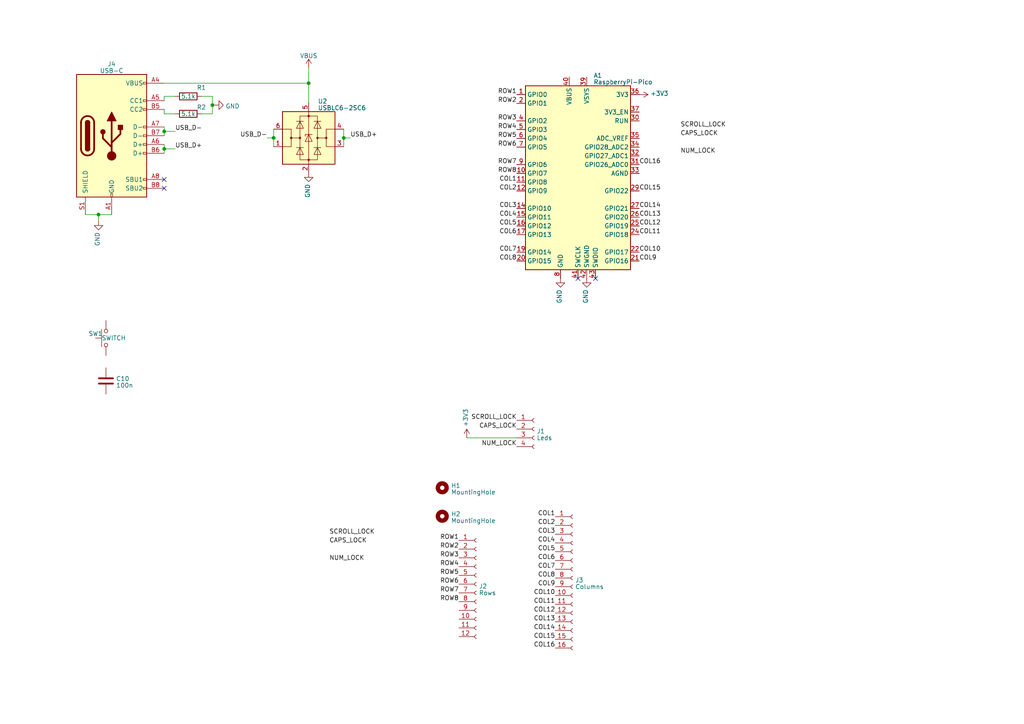
<source format=kicad_sch>
(kicad_sch (version 20230121) (generator eeschema)
  (paper "A4")
  (title_block (date "2023-02-24"))
  (lib_symbols
    (symbol "+3V3_5" (power) (pin_names (offset 0))
      (property "Value" "+3V3_5" (at 0 3.556 0))
      (symbol "+3V3_5_0_1"
        (polyline (pts (xy -0.762 1.27) (xy 0 2.54)))
        (polyline (pts (xy 0 0) (xy 0 2.54)))
        (polyline (pts (xy 0 2.54) (xy 0.762 1.27)))
      )
      (symbol "+3V3_5_1_1"
        (pin power_in line (at 0 0 90) (length 0) hide (name "+3V3") (number "1"))
      )
    )
    (symbol "Connector:Conn_01x04_Female" (pin_names (offset 1.016) hide)
      (property "Reference" "J" (at 0 5.08 0))
      (property "Value" "Conn_01x04_Female" (at 0 -7.62 0))
      (symbol "Conn_01x04_Female_1_1"
        (arc (start 0 -4.572) (mid -0.5058 -5.08) (end 0 -5.588) (stroke (width 0.1524)))
        (arc (start 0 -2.032) (mid -0.5058 -2.54) (end 0 -3.048) (stroke (width 0.1524)))
        (polyline (pts (xy -1.27 -5.08) (xy -0.508 -5.08)) (stroke (width 0.1524)))
        (polyline (pts (xy -1.27 -2.54) (xy -0.508 -2.54)) (stroke (width 0.1524)))
        (polyline (pts (xy -1.27 0) (xy -0.508 0)) (stroke (width 0.1524)))
        (polyline (pts (xy -1.27 2.54) (xy -0.508 2.54)) (stroke (width 0.1524)))
        (arc (start 0 0.508) (mid -0.5058 0) (end 0 -0.508) (stroke (width 0.1524)))
        (arc (start 0 3.048) (mid -0.5058 2.54) (end 0 2.032) (stroke (width 0.1524)))
        (pin passive line (at -5.08 2.54 0) (length 3.81) (name "Pin_1") (number "1"))
        (pin passive line (at -5.08 0 0) (length 3.81) (name "Pin_2") (number "2"))
        (pin passive line (at -5.08 -2.54 0) (length 3.81) (name "Pin_3") (number "3"))
        (pin passive line (at -5.08 -5.08 0) (length 3.81) (name "Pin_4") (number "4"))
      )
    )
    (symbol "Connector:Conn_01x12_Socket" (pin_names (offset 1.016) hide)
      (property "Reference" "J" (at 0 15.24 0))
      (property "Value" "Conn_01x12_Socket" (at 0 -17.78 0))
      (symbol "Conn_01x12_Socket_1_1"
        (arc (start 0 -14.732) (mid -0.5058 -15.24) (end 0 -15.748) (stroke (width 0.1524)))
        (arc (start 0 -12.192) (mid -0.5058 -12.7) (end 0 -13.208) (stroke (width 0.1524)))
        (arc (start 0 -9.652) (mid -0.5058 -10.16) (end 0 -10.668) (stroke (width 0.1524)))
        (arc (start 0 -7.112) (mid -0.5058 -7.62) (end 0 -8.128) (stroke (width 0.1524)))
        (arc (start 0 -4.572) (mid -0.5058 -5.08) (end 0 -5.588) (stroke (width 0.1524)))
        (arc (start 0 -2.032) (mid -0.5058 -2.54) (end 0 -3.048) (stroke (width 0.1524)))
        (polyline (pts (xy -1.27 -15.24) (xy -0.508 -15.24)) (stroke (width 0.1524)))
        (polyline (pts (xy -1.27 -12.7) (xy -0.508 -12.7)) (stroke (width 0.1524)))
        (polyline (pts (xy -1.27 -10.16) (xy -0.508 -10.16)) (stroke (width 0.1524)))
        (polyline (pts (xy -1.27 -7.62) (xy -0.508 -7.62)) (stroke (width 0.1524)))
        (polyline (pts (xy -1.27 -5.08) (xy -0.508 -5.08)) (stroke (width 0.1524)))
        (polyline (pts (xy -1.27 -2.54) (xy -0.508 -2.54)) (stroke (width 0.1524)))
        (polyline (pts (xy -1.27 0) (xy -0.508 0)) (stroke (width 0.1524)))
        (polyline (pts (xy -1.27 2.54) (xy -0.508 2.54)) (stroke (width 0.1524)))
        (polyline (pts (xy -1.27 5.08) (xy -0.508 5.08)) (stroke (width 0.1524)))
        (polyline (pts (xy -1.27 7.62) (xy -0.508 7.62)) (stroke (width 0.1524)))
        (polyline (pts (xy -1.27 10.16) (xy -0.508 10.16)) (stroke (width 0.1524)))
        (polyline (pts (xy -1.27 12.7) (xy -0.508 12.7)) (stroke (width 0.1524)))
        (arc (start 0 0.508) (mid -0.5058 0) (end 0 -0.508) (stroke (width 0.1524)))
        (arc (start 0 3.048) (mid -0.5058 2.54) (end 0 2.032) (stroke (width 0.1524)))
        (arc (start 0 5.588) (mid -0.5058 5.08) (end 0 4.572) (stroke (width 0.1524)))
        (arc (start 0 8.128) (mid -0.5058 7.62) (end 0 7.112) (stroke (width 0.1524)))
        (arc (start 0 10.668) (mid -0.5058 10.16) (end 0 9.652) (stroke (width 0.1524)))
        (arc (start 0 13.208) (mid -0.5058 12.7) (end 0 12.192) (stroke (width 0.1524)))
        (pin passive line (at -5.08 12.7 0) (length 3.81) (name "Pin_1") (number "1"))
        (pin passive line (at -5.08 -10.16 0) (length 3.81) (name "Pin_10") (number "10"))
        (pin passive line (at -5.08 -12.7 0) (length 3.81) (name "Pin_11") (number "11"))
        (pin passive line (at -5.08 -15.24 0) (length 3.81) (name "Pin_12") (number "12"))
        (pin passive line (at -5.08 10.16 0) (length 3.81) (name "Pin_2") (number "2"))
        (pin passive line (at -5.08 7.62 0) (length 3.81) (name "Pin_3") (number "3"))
        (pin passive line (at -5.08 5.08 0) (length 3.81) (name "Pin_4") (number "4"))
        (pin passive line (at -5.08 2.54 0) (length 3.81) (name "Pin_5") (number "5"))
        (pin passive line (at -5.08 0 0) (length 3.81) (name "Pin_6") (number "6"))
        (pin passive line (at -5.08 -2.54 0) (length 3.81) (name "Pin_7") (number "7"))
        (pin passive line (at -5.08 -5.08 0) (length 3.81) (name "Pin_8") (number "8"))
        (pin passive line (at -5.08 -7.62 0) (length 3.81) (name "Pin_9") (number "9"))
      )
    )
    (symbol "Connector:Conn_01x16_Female" (pin_names (offset 1.016) hide)
      (property "Reference" "J" (at 0 20.32 0))
      (property "Value" "Conn_01x16_Female" (at 0 -22.86 0))
      (symbol "Conn_01x16_Female_1_1"
        (arc (start 0 -19.812) (mid -0.5058 -20.32) (end 0 -20.828) (stroke (width 0.1524)))
        (arc (start 0 -17.272) (mid -0.5058 -17.78) (end 0 -18.288) (stroke (width 0.1524)))
        (arc (start 0 -14.732) (mid -0.5058 -15.24) (end 0 -15.748) (stroke (width 0.1524)))
        (arc (start 0 -12.192) (mid -0.5058 -12.7) (end 0 -13.208) (stroke (width 0.1524)))
        (arc (start 0 -9.652) (mid -0.5058 -10.16) (end 0 -10.668) (stroke (width 0.1524)))
        (arc (start 0 -7.112) (mid -0.5058 -7.62) (end 0 -8.128) (stroke (width 0.1524)))
        (arc (start 0 -4.572) (mid -0.5058 -5.08) (end 0 -5.588) (stroke (width 0.1524)))
        (arc (start 0 -2.032) (mid -0.5058 -2.54) (end 0 -3.048) (stroke (width 0.1524)))
        (polyline (pts (xy -1.27 -20.32) (xy -0.508 -20.32)) (stroke (width 0.1524)))
        (polyline (pts (xy -1.27 -17.78) (xy -0.508 -17.78)) (stroke (width 0.1524)))
        (polyline (pts (xy -1.27 -15.24) (xy -0.508 -15.24)) (stroke (width 0.1524)))
        (polyline (pts (xy -1.27 -12.7) (xy -0.508 -12.7)) (stroke (width 0.1524)))
        (polyline (pts (xy -1.27 -10.16) (xy -0.508 -10.16)) (stroke (width 0.1524)))
        (polyline (pts (xy -1.27 -7.62) (xy -0.508 -7.62)) (stroke (width 0.1524)))
        (polyline (pts (xy -1.27 -5.08) (xy -0.508 -5.08)) (stroke (width 0.1524)))
        (polyline (pts (xy -1.27 -2.54) (xy -0.508 -2.54)) (stroke (width 0.1524)))
        (polyline (pts (xy -1.27 0) (xy -0.508 0)) (stroke (width 0.1524)))
        (polyline (pts (xy -1.27 2.54) (xy -0.508 2.54)) (stroke (width 0.1524)))
        (polyline (pts (xy -1.27 5.08) (xy -0.508 5.08)) (stroke (width 0.1524)))
        (polyline (pts (xy -1.27 7.62) (xy -0.508 7.62)) (stroke (width 0.1524)))
        (polyline (pts (xy -1.27 10.16) (xy -0.508 10.16)) (stroke (width 0.1524)))
        (polyline (pts (xy -1.27 12.7) (xy -0.508 12.7)) (stroke (width 0.1524)))
        (polyline (pts (xy -1.27 15.24) (xy -0.508 15.24)) (stroke (width 0.1524)))
        (polyline (pts (xy -1.27 17.78) (xy -0.508 17.78)) (stroke (width 0.1524)))
        (arc (start 0 0.508) (mid -0.5058 0) (end 0 -0.508) (stroke (width 0.1524)))
        (arc (start 0 3.048) (mid -0.5058 2.54) (end 0 2.032) (stroke (width 0.1524)))
        (arc (start 0 5.588) (mid -0.5058 5.08) (end 0 4.572) (stroke (width 0.1524)))
        (arc (start 0 8.128) (mid -0.5058 7.62) (end 0 7.112) (stroke (width 0.1524)))
        (arc (start 0 10.668) (mid -0.5058 10.16) (end 0 9.652) (stroke (width 0.1524)))
        (arc (start 0 13.208) (mid -0.5058 12.7) (end 0 12.192) (stroke (width 0.1524)))
        (arc (start 0 15.748) (mid -0.5058 15.24) (end 0 14.732) (stroke (width 0.1524)))
        (arc (start 0 18.288) (mid -0.5058 17.78) (end 0 17.272) (stroke (width 0.1524)))
        (pin passive line (at -5.08 17.78 0) (length 3.81) (name "Pin_1") (number "1"))
        (pin passive line (at -5.08 -5.08 0) (length 3.81) (name "Pin_10") (number "10"))
        (pin passive line (at -5.08 -7.62 0) (length 3.81) (name "Pin_11") (number "11"))
        (pin passive line (at -5.08 -10.16 0) (length 3.81) (name "Pin_12") (number "12"))
        (pin passive line (at -5.08 -12.7 0) (length 3.81) (name "Pin_13") (number "13"))
        (pin passive line (at -5.08 -15.24 0) (length 3.81) (name "Pin_14") (number "14"))
        (pin passive line (at -5.08 -17.78 0) (length 3.81) (name "Pin_15") (number "15"))
        (pin passive line (at -5.08 -20.32 0) (length 3.81) (name "Pin_16") (number "16"))
        (pin passive line (at -5.08 15.24 0) (length 3.81) (name "Pin_2") (number "2"))
        (pin passive line (at -5.08 12.7 0) (length 3.81) (name "Pin_3") (number "3"))
        (pin passive line (at -5.08 10.16 0) (length 3.81) (name "Pin_4") (number "4"))
        (pin passive line (at -5.08 7.62 0) (length 3.81) (name "Pin_5") (number "5"))
        (pin passive line (at -5.08 5.08 0) (length 3.81) (name "Pin_6") (number "6"))
        (pin passive line (at -5.08 2.54 0) (length 3.81) (name "Pin_7") (number "7"))
        (pin passive line (at -5.08 0 0) (length 3.81) (name "Pin_8") (number "8"))
        (pin passive line (at -5.08 -2.54 0) (length 3.81) (name "Pin_9") (number "9"))
      )
    )
    (symbol "Connector:USB_C_Receptacle_USB2.0" (pin_names (offset 1.016))
      (property "Reference" "J" (at -10.16 19.05 0))
      (property "Value" "USB_C_Receptacle_USB2.0" (at 19.05 19.05 0))
      (symbol "USB_C_Receptacle_USB2.0_0_0"
        (rectangle (start -0.254 -17.78) (end 0.254 -16.764))
        (rectangle (start 10.16 -14.986) (end 9.144 -15.494))
        (rectangle (start 10.16 -12.446) (end 9.144 -12.954))
        (rectangle (start 10.16 -4.826) (end 9.144 -5.334))
        (rectangle (start 10.16 -2.286) (end 9.144 -2.794))
        (rectangle (start 10.16 0.254) (end 9.144 -0.254))
        (rectangle (start 10.16 2.794) (end 9.144 2.286))
        (rectangle (start 10.16 7.874) (end 9.144 7.366))
        (rectangle (start 10.16 10.414) (end 9.144 9.906))
        (rectangle (start 10.16 15.494) (end 9.144 14.986))
      )
      (symbol "USB_C_Receptacle_USB2.0_0_1"
        (rectangle (start -10.16 17.78) (end 10.16 -17.78) (stroke (width 0.254)) (fill (type background)))
        (arc (start -8.89 -3.81) (mid -6.985 -5.7067) (end -5.08 -3.81) (stroke (width 0.508)))
        (arc (start -7.62 -3.81) (mid -6.985 -4.4423) (end -6.35 -3.81) (stroke (width 0.254)))
        (arc (start -7.62 -3.81) (mid -6.985 -4.4423) (end -6.35 -3.81) (stroke (width 0.254)) (fill (type outline)))
        (rectangle (start -7.62 -3.81) (end -6.35 3.81) (stroke (width 0.254)) (fill (type outline)))
        (arc (start -6.35 3.81) (mid -6.985 4.4423) (end -7.62 3.81) (stroke (width 0.254)))
        (arc (start -6.35 3.81) (mid -6.985 4.4423) (end -7.62 3.81) (stroke (width 0.254)) (fill (type outline)))
        (arc (start -5.08 3.81) (mid -6.985 5.7067) (end -8.89 3.81) (stroke (width 0.508)))
        (circle (center -2.54 1.143) (radius 0.635) (stroke (width 0.254)) (fill (type outline)))
        (circle (center 0 -5.842) (radius 1.27) (fill (type outline)))
        (polyline (pts (xy -8.89 -3.81) (xy -8.89 3.81)) (stroke (width 0.508)))
        (polyline (pts (xy -5.08 3.81) (xy -5.08 -3.81)) (stroke (width 0.508)))
        (polyline (pts (xy 0 -5.842) (xy 0 4.318)) (stroke (width 0.508)))
        (polyline (pts (xy 0 -3.302) (xy -2.54 -0.762) (xy -2.54 0.508)) (stroke (width 0.508)))
        (polyline (pts (xy 0 -2.032) (xy 2.54 0.508) (xy 2.54 1.778)) (stroke (width 0.508)))
        (polyline (pts (xy -1.27 4.318) (xy 0 6.858) (xy 1.27 4.318) (xy -1.27 4.318)) (stroke (width 0.254)) (fill (type outline)))
        (rectangle (start 1.905 1.778) (end 3.175 3.048) (stroke (width 0.254)) (fill (type outline)))
      )
      (symbol "USB_C_Receptacle_USB2.0_1_1"
        (pin passive line (at 0 -22.86 90) (length 5.08) (name "GND") (number "A1"))
        (pin passive line (at 0 -22.86 90) (length 5.08) hide (name "GND") (number "A12"))
        (pin passive line (at 15.24 15.24 180) (length 5.08) (name "VBUS") (number "A4"))
        (pin bidirectional line (at 15.24 10.16 180) (length 5.08) (name "CC1") (number "A5"))
        (pin bidirectional line (at 15.24 -2.54 180) (length 5.08) (name "D+") (number "A6"))
        (pin bidirectional line (at 15.24 2.54 180) (length 5.08) (name "D-") (number "A7"))
        (pin bidirectional line (at 15.24 -12.7 180) (length 5.08) (name "SBU1") (number "A8"))
        (pin passive line (at 15.24 15.24 180) (length 5.08) hide (name "VBUS") (number "A9"))
        (pin passive line (at 0 -22.86 90) (length 5.08) hide (name "GND") (number "B1"))
        (pin passive line (at 0 -22.86 90) (length 5.08) hide (name "GND") (number "B12"))
        (pin passive line (at 15.24 15.24 180) (length 5.08) hide (name "VBUS") (number "B4"))
        (pin bidirectional line (at 15.24 7.62 180) (length 5.08) (name "CC2") (number "B5"))
        (pin bidirectional line (at 15.24 -5.08 180) (length 5.08) (name "D+") (number "B6"))
        (pin bidirectional line (at 15.24 0 180) (length 5.08) (name "D-") (number "B7"))
        (pin bidirectional line (at 15.24 -15.24 180) (length 5.08) (name "SBU2") (number "B8"))
        (pin passive line (at 15.24 15.24 180) (length 5.08) hide (name "VBUS") (number "B9"))
        (pin passive line (at -7.62 -22.86 90) (length 5.08) (name "SHIELD") (number "S1"))
      )
    )
    (symbol "Device:C" (pin_numbers hide) (pin_names (offset 0.254))
      (property "Reference" "C" (at 0.635 2.54 0))
      (property "Value" "C" (at 0.635 -2.54 0))
      (symbol "C_0_1"
        (polyline (pts (xy -2.032 -0.762) (xy 2.032 -0.762)) (stroke (width 0.508)))
        (polyline (pts (xy -2.032 0.762) (xy 2.032 0.762)) (stroke (width 0.508)))
      )
      (symbol "C_1_1"
        (pin passive line (at 0 3.81 270) (length 2.794) (name "~") (number "1"))
        (pin passive line (at 0 -3.81 90) (length 2.794) (name "~") (number "2"))
      )
    )
    (symbol "Device:R" (pin_numbers hide) (pin_names (offset 0))
      (property "Reference" "R" (at 2.032 0 90))
      (property "Value" "R" (at 0 0 90))
      (symbol "R_0_1"
        (rectangle (start -1.016 -2.54) (end 1.016 2.54) (stroke (width 0.254)))
      )
      (symbol "R_1_1"
        (pin passive line (at 0 3.81 270) (length 1.27) (name "~") (number "1"))
        (pin passive line (at 0 -3.81 90) (length 1.27) (name "~") (number "2"))
      )
    )
    (symbol "Mechanical:MountingHole" (pin_names (offset 1.016))
      (property "Reference" "H" (at 0 5.08 0))
      (property "Value" "MountingHole" (at 0 3.175 0))
      (symbol "MountingHole_0_1"
        (circle (center 0 0) (radius 1.27) (stroke (width 1.27)))
      )
    )
    (symbol "Power_Protection:USBLC6-2SC6" (pin_names hide)
      (property "Reference" "U" (at 2.54 8.89 0))
      (property "Value" "USBLC6-2SC6" (at 2.54 -8.89 0))
      (symbol "USBLC6-2SC6_0_1"
        (rectangle (start -7.62 -7.62) (end 7.62 7.62) (stroke (width 0.254)) (fill (type background)))
        (circle (center -5.08 0) (radius 0.254) (fill (type outline)))
        (circle (center -2.54 0) (radius 0.254) (fill (type outline)))
        (rectangle (start -2.54 6.35) (end 2.54 -6.35))
        (circle (center 0 -6.35) (radius 0.254) (fill (type outline)))
        (polyline (pts (xy -5.08 -2.54) (xy -7.62 -2.54)))
        (polyline (pts (xy -5.08 0) (xy -5.08 -2.54)))
        (polyline (pts (xy -5.08 2.54) (xy -7.62 2.54)))
        (polyline (pts (xy -1.524 -2.794) (xy -3.556 -2.794)))
        (polyline (pts (xy -1.524 4.826) (xy -3.556 4.826)))
        (polyline (pts (xy 0 -7.62) (xy 0 -6.35)))
        (polyline (pts (xy 0 -6.35) (xy 0 1.27)))
        (polyline (pts (xy 0 1.27) (xy 0 6.35)))
        (polyline (pts (xy 0 6.35) (xy 0 7.62)))
        (polyline (pts (xy 1.524 -2.794) (xy 3.556 -2.794)))
        (polyline (pts (xy 1.524 4.826) (xy 3.556 4.826)))
        (polyline (pts (xy 5.08 -2.54) (xy 7.62 -2.54)))
        (polyline (pts (xy 5.08 0) (xy 5.08 -2.54)))
        (polyline (pts (xy 5.08 2.54) (xy 7.62 2.54)))
        (polyline (pts (xy -2.54 0) (xy -5.08 0) (xy -5.08 2.54)))
        (polyline (pts (xy 2.54 0) (xy 5.08 0) (xy 5.08 2.54)))
        (polyline (pts (xy -3.556 -4.826) (xy -1.524 -4.826) (xy -2.54 -2.794) (xy -3.556 -4.826)))
        (polyline (pts (xy -3.556 2.794) (xy -1.524 2.794) (xy -2.54 4.826) (xy -3.556 2.794)))
        (polyline (pts (xy -1.016 -1.016) (xy 1.016 -1.016) (xy 0 1.016) (xy -1.016 -1.016)))
        (polyline (pts (xy 1.016 1.016) (xy 0.762 1.016) (xy -1.016 1.016) (xy -1.016 0.508)))
        (polyline (pts (xy 3.556 -4.826) (xy 1.524 -4.826) (xy 2.54 -2.794) (xy 3.556 -4.826)))
        (polyline (pts (xy 3.556 2.794) (xy 1.524 2.794) (xy 2.54 4.826) (xy 3.556 2.794)))
        (circle (center 0 6.35) (radius 0.254) (fill (type outline)))
        (circle (center 2.54 0) (radius 0.254) (fill (type outline)))
        (circle (center 5.08 0) (radius 0.254) (fill (type outline)))
      )
      (symbol "USBLC6-2SC6_1_1"
        (pin passive line (at -10.16 -2.54 0) (length 2.54) (name "I/O1") (number "1"))
        (pin passive line (at 0 -10.16 90) (length 2.54) (name "GND") (number "2"))
        (pin passive line (at 10.16 -2.54 180) (length 2.54) (name "I/O2") (number "3"))
        (pin passive line (at 10.16 2.54 180) (length 2.54) (name "I/O2") (number "4"))
        (pin passive line (at 0 10.16 270) (length 2.54) (name "VBUS") (number "5"))
        (pin passive line (at -10.16 2.54 0) (length 2.54) (name "I/O1") (number "6"))
      )
    )
    (symbol "Switch:SW_Push" (pin_numbers hide) (pin_names (offset 1.016) hide)
      (property "Reference" "SW" (at 1.27 2.54 0))
      (property "Value" "SW_Push" (at 0 -1.524 0))
      (symbol "SW_Push_0_1"
        (circle (center -2.032 0) (radius 0.508))
        (polyline (pts (xy 0 1.27) (xy 0 3.048)))
        (polyline (pts (xy 2.54 1.27) (xy -2.54 1.27)))
        (circle (center 2.032 0) (radius 0.508))
        (pin passive line (at -5.08 0 0) (length 2.54) (name "1") (number "1"))
        (pin passive line (at 5.08 0 180) (length 2.54) (name "2") (number "2"))
      )
    )
    (symbol "power:GND" (power) (pin_names (offset 0))
      (property "Value" "GND" (at 0 -3.81 0))
      (symbol "GND_0_1"
        (polyline (pts (xy 0 0) (xy 0 -1.27) (xy 1.27 -1.27) (xy 0 -2.54) (xy -1.27 -1.27) (xy 0 -1.27)))
      )
      (symbol "GND_1_1"
        (pin power_in line (at 0 0 270) (length 0) hide (name "GND") (number "1"))
      )
    )
    (symbol "power:VBUS" (power) (pin_names (offset 0))
      (property "Value" "VBUS" (at 0 3.81 0))
      (symbol "VBUS_0_1"
        (polyline (pts (xy -0.762 1.27) (xy 0 2.54)))
        (polyline (pts (xy 0 0) (xy 0 2.54)))
        (polyline (pts (xy 0 2.54) (xy 0.762 1.27)))
      )
      (symbol "VBUS_1_1"
        (pin power_in line (at 0 0 90) (length 0) hide (name "VBUS") (number "1"))
      )
    )
    (symbol "rp_pico_lib:RaspberryPi-Pico"
      (property "Reference" "A" (at 0 17.78 0))
      (property "Value" "RaspberryPi-Pico" (at 2.54 15.24 0))
      (symbol "RaspberryPi-Pico_1_1"
        (rectangle (start -15.24 27.94) (end 15.24 -25.4) (stroke (width 0.254)) (fill (type background)))
        (pin bidirectional line (at -17.78 25.4 0) (length 2.54) (name "GPIO0") (number "1"))
        (pin bidirectional line (at -17.78 2.54 0) (length 2.54) (name "GPIO7") (number "10"))
        (pin bidirectional line (at -17.78 0 0) (length 2.54) (name "GPIO8") (number "11"))
        (pin bidirectional line (at -17.78 -2.54 0) (length 2.54) (name "GPIO9") (number "12"))
        (pin passive line (at -5.08 -27.94 90) (length 2.54) hide (name "GND") (number "13"))
        (pin bidirectional line (at -17.78 -7.62 0) (length 2.54) (name "GPIO10") (number "14"))
        (pin bidirectional line (at -17.78 -10.16 0) (length 2.54) (name "GPIO11") (number "15"))
        (pin bidirectional line (at -17.78 -12.7 0) (length 2.54) (name "GPIO12") (number "16"))
        (pin bidirectional line (at -17.78 -15.24 0) (length 2.54) (name "GPIO13") (number "17"))
        (pin passive line (at -5.08 -27.94 90) (length 2.54) hide (name "GND") (number "18"))
        (pin bidirectional line (at -17.78 -20.32 0) (length 2.54) (name "GPIO14") (number "19"))
        (pin bidirectional line (at -17.78 22.86 0) (length 2.54) (name "GPIO1") (number "2"))
        (pin bidirectional line (at -17.78 -22.86 0) (length 2.54) (name "GPIO15") (number "20"))
        (pin bidirectional line (at 17.78 -22.86 180) (length 2.54) (name "GPIO16") (number "21"))
        (pin bidirectional line (at 17.78 -20.32 180) (length 2.54) (name "GPIO17") (number "22"))
        (pin passive line (at -5.08 -27.94 90) (length 2.54) hide (name "GND") (number "23"))
        (pin bidirectional line (at 17.78 -15.24 180) (length 2.54) (name "GPIO18") (number "24"))
        (pin bidirectional line (at 17.78 -12.7 180) (length 2.54) (name "GPIO19") (number "25"))
        (pin bidirectional line (at 17.78 -10.16 180) (length 2.54) (name "GPIO20") (number "26"))
        (pin bidirectional line (at 17.78 -7.62 180) (length 2.54) (name "GPIO21") (number "27"))
        (pin passive line (at -5.08 -27.94 90) (length 2.54) hide (name "GND") (number "28"))
        (pin bidirectional line (at 17.78 -2.54 180) (length 2.54) (name "GPIO22") (number "29"))
        (pin passive line (at -5.08 -27.94 90) (length 2.54) hide (name "GND") (number "3"))
        (pin input line (at 17.78 17.78 180) (length 2.54) (name "RUN") (number "30"))
        (pin bidirectional line (at 17.78 5.08 180) (length 2.54) (name "GPIO26_ADC0") (number "31"))
        (pin bidirectional line (at 17.78 7.62 180) (length 2.54) (name "GPIO27_ADC1") (number "32"))
        (pin power_in line (at 17.78 2.54 180) (length 2.54) (name "AGND") (number "33"))
        (pin bidirectional line (at 17.78 10.16 180) (length 2.54) (name "GPIO28_ADC2") (number "34"))
        (pin power_in line (at 17.78 12.7 180) (length 2.54) (name "ADC_VREF") (number "35"))
        (pin power_out line (at 17.78 25.4 180) (length 2.54) (name "3V3") (number "36"))
        (pin input line (at 17.78 20.32 180) (length 2.54) (name "3V3_EN") (number "37"))
        (pin passive line (at -5.08 -27.94 90) (length 2.54) hide (name "GND") (number "38"))
        (pin power_out line (at 2.54 30.48 270) (length 2.54) (name "VSYS") (number "39"))
        (pin bidirectional line (at -17.78 17.78 0) (length 2.54) (name "GPIO2") (number "4"))
        (pin power_out line (at -2.54 30.48 270) (length 2.54) (name "VBUS") (number "40"))
        (pin input line (at 0 -27.94 90) (length 2.54) (name "SWCLK") (number "41"))
        (pin power_in line (at 2.54 -27.94 90) (length 2.54) (name "SWGND") (number "42"))
        (pin bidirectional line (at 5.08 -27.94 90) (length 2.54) (name "SWDIO") (number "43"))
        (pin bidirectional line (at -17.78 15.24 0) (length 2.54) (name "GPIO3") (number "5"))
        (pin bidirectional line (at -17.78 12.7 0) (length 2.54) (name "GPIO4") (number "6"))
        (pin bidirectional line (at -17.78 10.16 0) (length 2.54) (name "GPIO5") (number "7"))
        (pin power_in line (at -5.08 -27.94 90) (length 2.54) (name "GND") (number "8"))
        (pin bidirectional line (at -17.78 5.08 0) (length 2.54) (name "GPIO6") (number "9"))
      )
    )
  )
  (junction (at 47.625 43.18))
  (junction (at 89.535 24.13))
  (junction (at 28.575 62.23))
  (junction (at 61.595 30.48))
  (junction (at 99.695 40.005))
  (junction (at 79.375 40.005))
  (junction (at 47.625 38.1))
  (no_connect (at 47.625 52.07))
  (no_connect (at 47.625 54.61))
  (no_connect (at 172.72 80.772))
  (no_connect (at 167.64 80.772))
  (wire (pts (xy 47.625 41.91) (xy 47.625 43.18)))
  (wire (pts (xy 47.625 43.18) (xy 50.8 43.18)))
  (wire (pts (xy 61.595 30.48) (xy 61.595 33.02)))
  (wire (pts (xy 58.42 27.94) (xy 61.595 27.94)))
  (wire (pts (xy 61.595 27.94) (xy 61.595 30.48)))
  (wire (pts (xy 61.595 30.48) (xy 62.23 30.48)))
  (wire (pts (xy 50.8 27.94) (xy 47.625 27.94)))
  (wire (pts (xy 99.695 37.465) (xy 99.695 40.005)))
  (wire (pts (xy 99.695 40.005) (xy 101.6 40.005)))
  (wire (pts (xy 58.42 33.02) (xy 61.595 33.02)))
  (wire (pts (xy 47.625 33.02) (xy 50.8 33.02)))
  (wire (pts (xy 47.625 27.94) (xy 47.625 29.21)))
  (wire (pts (xy 89.535 24.13) (xy 89.535 29.845)))
  (wire (pts (xy 24.765 62.23) (xy 28.575 62.23)))
  (wire (pts (xy 99.695 40.005) (xy 99.695 42.545)))
  (wire (pts (xy 47.625 24.13) (xy 89.535 24.13)))
  (wire (pts (xy 28.575 62.23) (xy 32.385 62.23)))
  (wire (pts (xy 47.625 38.1) (xy 47.625 39.37)))
  (wire (pts (xy 135.382 127) (xy 149.86 127)))
  (wire (pts (xy 79.375 40.005) (xy 79.375 42.545)))
  (wire (pts (xy 28.575 62.23) (xy 28.575 64.135)))
  (wire (pts (xy 47.625 43.18) (xy 47.625 44.45)))
  (wire (pts (xy 79.375 37.465) (xy 79.375 40.005)))
  (wire (pts (xy 89.535 19.685) (xy 89.535 24.13)))
  (wire (pts (xy 77.47 40.005) (xy 79.375 40.005)))
  (wire (pts (xy 47.625 31.75) (xy 47.625 33.02)))
  (wire (pts (xy 50.8 38.1) (xy 47.625 38.1)))
  (wire (pts (xy 47.625 38.1) (xy 47.625 36.83)))
  (label "NUM_LOCK" (at 197.358 44.704 0))
  (label "USB_D-" (at 50.8 38.1 0) (property "Intersheetrefs" "${INTERSHEET_REFS}" (effects hide)))
  (label "ROW4" (at 149.86 37.592 180))
  (label "COL8" (at 161.036 167.64 180))
  (label "COL12" (at 185.42 65.532 0))
  (label "NUM_LOCK" (at 149.86 129.54 180))
  (label "NUM_LOCK" (at 95.504 162.814 0))
  (label "COL4" (at 161.036 157.48 180))
  (label "ROW7" (at 149.86 47.752 180))
  (label "CAPS_LOCK" (at 197.358 39.624 0))
  (label "COL9" (at 161.036 170.18 180))
  (label "COL16" (at 161.036 187.96 180))
  (label "COL2" (at 161.036 152.4 180))
  (label "COL16" (at 185.42 47.752 0))
  (label "CAPS_LOCK" (at 95.504 157.734 0))
  (label "CAPS_LOCK" (at 149.86 124.46 180))
  (label "COL7" (at 149.86 73.152 180))
  (label "COL14" (at 161.036 182.88 180))
  (label "COL4" (at 149.86 62.992 180))
  (label "ROW1" (at 133.096 156.718 180))
  (label "ROW8" (at 149.86 50.292 180))
  (label "ROW5" (at 149.86 40.132 180))
  (label "ROW6" (at 149.86 42.672 180))
  (label "ROW5" (at 133.096 166.878 180))
  (label "ROW3" (at 133.096 161.798 180))
  (label "COL15" (at 185.42 55.372 0))
  (label "SCROLL_LOCK" (at 197.358 37.084 0))
  (label "COL5" (at 161.036 160.02 180))
  (label "ROW7" (at 133.096 171.958 180))
  (label "COL13" (at 185.42 62.992 0))
  (label "COL14" (at 185.42 60.452 0))
  (label "USB_D+" (at 101.6 40.005 0) (property "Intersheetrefs" "${INTERSHEET_REFS}" (effects hide)))
  (label "COL6" (at 161.036 162.56 180))
  (label "ROW2" (at 149.86 29.972 180))
  (label "COL5" (at 149.86 65.532 180))
  (label "COL6" (at 149.86 68.072 180))
  (label "ROW3" (at 149.86 35.052 180))
  (label "COL12" (at 161.036 177.8 180))
  (label "USB_D-" (at 77.47 40.005 180) (property "Intersheetrefs" "${INTERSHEET_REFS}" (effects hide)))
  (label "COL2" (at 149.86 55.372 180))
  (label "COL10" (at 161.036 172.72 180))
  (label "ROW4" (at 133.096 164.338 180))
  (label "COL8" (at 149.86 75.692 180))
  (label "ROW1" (at 149.86 27.432 180))
  (label "COL11" (at 161.036 175.26 180))
  (label "COL10" (at 185.42 73.152 0))
  (label "USB_D+" (at 50.8 43.18 0) (property "Intersheetrefs" "${INTERSHEET_REFS}" (effects hide)))
  (label "COL13" (at 161.036 180.34 180))
  (label "COL1" (at 161.036 149.86 180))
  (label "COL11" (at 185.42 68.072 0))
  (label "COL3" (at 161.036 154.94 180))
  (label "COL9" (at 185.42 75.692 0))
  (label "ROW6" (at 133.096 169.418 180))
  (label "COL1" (at 149.86 52.832 180))
  (label "COL15" (at 161.036 185.42 180))
  (label "ROW8" (at 133.096 174.498 180))
  (label "COL3" (at 149.86 60.452 180))
  (label "COL7" (at 161.036 165.1 180))
  (label "SCROLL_LOCK" (at 95.504 155.194 0))
  (label "SCROLL_LOCK" (at 149.86 121.92 180))
  (label "ROW2" (at 133.096 159.258 180))
  (symbol (lib_name "+3V3_5") (lib_id "power:+3V3") (at 185.42 27.432 270) (unit 1)
    (property "Reference" "#PWR04" (effects hide))
    (property "Value" "+3.3V" (at 188.595 27.1152 90) (effects (justify left)))
  )
  (symbol (lib_id "rp_pico_lib:RaspberryPi-Pico") (at 167.64 52.832 0) (unit 1)
    (property "Reference" "A1" (at 172.1359 21.8821 0) (effects (justify left)))
    (property "Value" "RaspberryPi-Pico" (at 172.1359 23.8031 0) (effects (justify left)))
    (property "Footprint" "Prettylib:Raspberry_Pi_Pico_SMT_THT" (effects hide))
    (property "Datasheet" "https://datasheets.raspberrypi.com/pico/pico-datasheet.pdf" (effects hide))
  )
  (symbol (lib_id "Connector:Conn_01x04_Female") (at 154.94 124.46 0) (unit 1)
    (property "Reference" "J1" (at 155.6512 125.0863 0) (effects (justify left)))
    (property "Value" "Leds" (at 155.6512 127.0073 0) (effects (justify left)))
    (property "Footprint" "Connector_PinSocket_2.54mm:PinSocket_1x04_P2.54mm_Vertical" (effects hide))
  )
  (symbol (lib_id "Device:R") (at 54.61 27.94 270) (unit 1)
    (property "Reference" "R1" (at 58.42 25.4 90))
    (property "Value" "5.1k" (at 54.61 27.94 90))
    (property "Footprint" "Resistor_SMD:R_0603_1608Metric" (effects hide))
  )
  (symbol (lib_id "Connector:USB_C_Receptacle_USB2.0") (at 32.385 39.37 0) (unit 1)
    (property "Reference" "J4" (at 32.385 18.5801 0))
    (property "Value" "USB-C" (at 32.385 20.5011 0))
    (property "Footprint" "Prettylib:HRO-TYPE-C-31-M-12-HandSoldering-NoSBU" (effects hide))
    (property "Datasheet" "https://www.usb.org/sites/default/files/documents/usb_type-c.zip" (effects hide))
  )
  (symbol (lib_id "Mechanical:MountingHole") (at 128.27 149.733 0) (unit 1)
    (property "Reference" "H2" (at 130.81 149.0893 0) (effects (justify left)))
    (property "Value" "MountingHole" (at 130.81 151.0103 0) (effects (justify left)))
    (property "Footprint" "MountingHole:MountingHole_3.5mm" (effects hide))
  )
  (symbol (lib_id "Connector:Conn_01x16_Female") (at 166.116 167.64 0) (unit 1)
    (property "Reference" "J3" (at 166.8272 168.2663 0) (effects (justify left)))
    (property "Value" "Columns" (at 166.8272 170.1873 0) (effects (justify left)))
    (property "Footprint" "Connector_PinSocket_2.54mm:PinSocket_1x12_P2.54mm_Vertical" (effects hide))
  )
  (symbol (lib_id "power:GND") (at 28.575 64.135 0) (unit 1)
    (property "Reference" "#PWR03" (effects hide))
    (property "Value" "GND" (at 28.2582 67.31 90) (effects (justify right)))
  )
  (symbol (lib_id "power:GND") (at 162.56 80.772 0) (unit 1)
    (property "Reference" "#PWR01" (effects hide))
    (property "Value" "GND" (at 162.2432 83.947 90) (effects (justify right)))
  )
  (symbol (lib_id "Power_Protection:USBLC6-2SC6") (at 89.535 40.005 0) (unit 1)
    (property "Reference" "U2" (at 92.1767 29.3751 0) (effects (justify left)))
    (property "Value" "USBLC6-2SC6" (at 92.1767 31.2961 0) (effects (justify left)))
    (property "Footprint" "Package_TO_SOT_SMD:SOT-23-6" (effects hide))
    (property "Datasheet" "https://www.st.com/resource/en/datasheet/usblc6-2.pdf" (effects hide))
  )
  (symbol (lib_id "Device:R") (at 54.61 33.02 270) (unit 1)
    (property "Reference" "R2" (at 58.42 31.115 90))
    (property "Value" "5.1k" (at 54.61 33.02 90))
    (property "Footprint" "Resistor_SMD:R_0603_1608Metric" (effects hide))
  )
  (symbol (lib_id "power:GND") (at 170.18 80.772 0) (unit 1)
    (property "Reference" "#PWR06" (effects hide))
    (property "Value" "GND" (at 169.8632 83.947 90) (effects (justify right)))
  )
  (symbol (lib_id "Switch:SW_Push") (at 30.734 98.044 90) (unit 1)
    (property "Reference" "SW1" (at 25.654 96.774 90) (effects (justify right)))
    (property "Value" "SWITCH" (at 29.464 98.044 90) (effects (justify right)))
    (property "Footprint" "Prettylib:TC-1109DE-X-X" (effects hide))
    (property "JLC Basic" "N" (effects hide))
    (property "LCSC" "C589221" (effects hide))
    (property "MPN " "ST-1194" (effects hide))
    (property "Manufacturer" "RI SHENG" (effects hide))
    (property "Substitute" "N" (effects hide))
  )
  (symbol (lib_id "power:GND") (at 62.23 30.48 90) (unit 1)
    (property "Reference" "#PWR02" (effects hide))
    (property "Value" "GND" (at 65.405 30.7968 90) (effects (justify right)))
  )
  (symbol (lib_id "power:GND") (at 89.535 50.165 0) (unit 1)
    (property "Reference" "#PWR05" (effects hide))
    (property "Value" "GND" (at 89.2182 53.34 90) (effects (justify right)))
  )
  (symbol (lib_name "+3V3_5") (lib_id "power:+3V3") (at 135.382 127 0) (unit 1)
    (property "Reference" "#PWR033" (effects hide))
    (property "Value" "+3.3V" (at 135.0652 123.825 90) (effects (justify left)))
  )
  (symbol (lib_id "Device:C") (at 30.734 110.49 0) (unit 1)
    (property "Reference" "C10" (at 33.655 109.8463 0) (effects (justify left)))
    (property "Value" "100n" (at 33.655 111.7673 0) (effects (justify left)))
    (property "Footprint" "Capacitor_SMD:C_0603_1608Metric" (effects hide))
  )
  (symbol (lib_id "Mechanical:MountingHole") (at 128.27 141.478 0) (unit 1)
    (property "Reference" "H1" (at 130.81 140.8343 0) (effects (justify left)))
    (property "Value" "MountingHole" (at 130.81 142.7553 0) (effects (justify left)))
    (property "Footprint" "MountingHole:MountingHole_3.5mm" (effects hide))
  )
  (symbol (lib_id "power:VBUS") (at 89.535 19.685 0) (unit 1)
    (property "Reference" "#PWR024" (effects hide))
    (property "Value" "VBUS" (at 89.535 16.1831 0))
  )
  (symbol (lib_id "Connector:Conn_01x12_Socket") (at 138.176 169.418 0) (unit 1)
    (property "Reference" "J2" (at 138.8872 170.0443 0) (effects (justify left)))
    (property "Value" "Rows" (at 138.8872 171.9653 0) (effects (justify left)))
    (property "Footprint" "Connector_PinSocket_2.54mm:PinSocket_1x16_P2.54mm_Vertical" (effects hide))
  )
)
</source>
